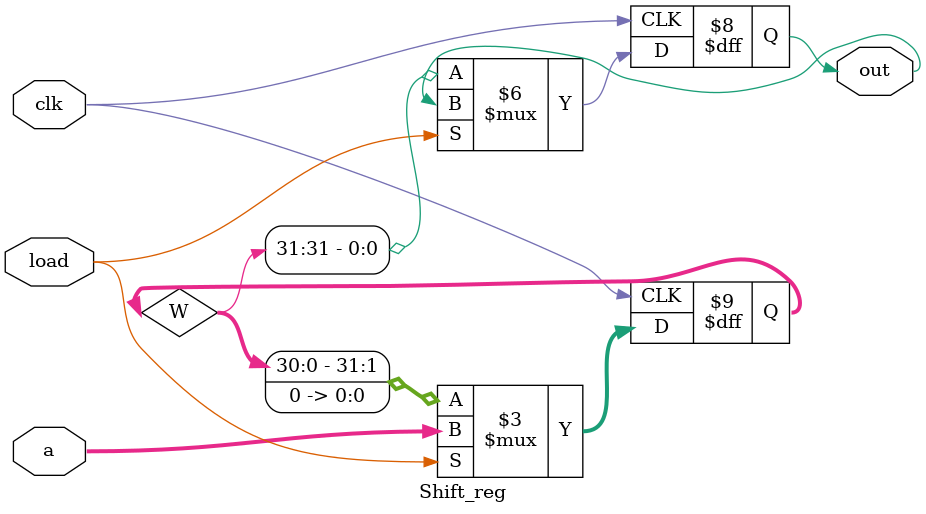
<source format=v>
`timescale 1ns / 1ps
module Shift_reg(
	input [31:0] a,
	input clk,
	input load,
	output reg out
    );
	 reg [31:0] W; 	// to store the input value to left shift for every clock edge 
	 always@(posedge clk)
	 begin
			if(load) 		// to load initially value of a in W.
				W <= a;
			else
				begin
					out <= W[31];				// output = MSB of W
					W <= {W[30:0],1'b0}; 	// left shiting the register
				end
	 end
	 


endmodule

</source>
